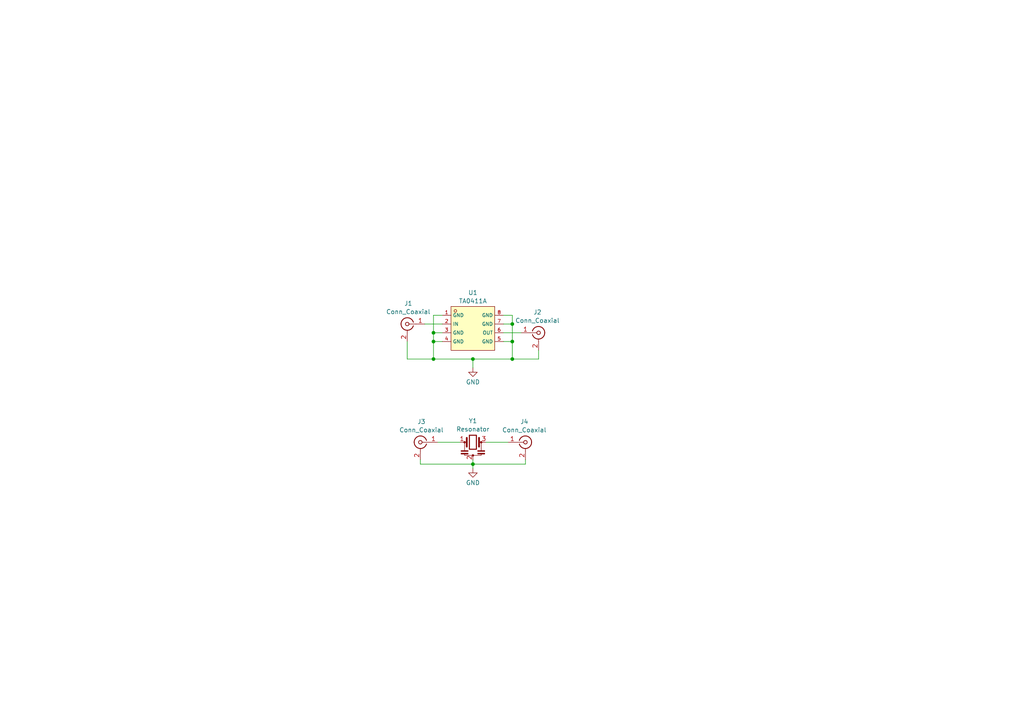
<source format=kicad_sch>
(kicad_sch (version 20230121) (generator eeschema)
  (paper "A4")
  (lib_symbols
    (symbol "Connector:Conn_Coaxial" (pin_names (offset 1.016) hide)
      (property "Reference" "J" (at 0.254 3.048 0))
      (property "Value" "Conn_Coaxial" (at 2.921 0 90))
      (symbol "Conn_Coaxial_0_1"
        (arc (start -1.778 -0.508) (mid 0.2311 -1.8066) (end 1.778 0) (stroke (width 0.254)))
        (polyline (pts (xy -2.54 0) (xy -0.508 0)))
        (polyline (pts (xy 0 -2.54) (xy 0 -1.778)))
        (circle (center 0 0) (radius 0.508) (stroke (width 0.2032)))
        (arc (start 1.778 0) (mid 0.2099 1.8101) (end -1.778 0.508) (stroke (width 0.254)))
      )
      (symbol "Conn_Coaxial_1_1"
        (pin passive line (at -5.08 0 0) (length 2.54) (name "In") (number "1"))
        (pin passive line (at 0 -5.08 90) (length 2.54) (name "Ext") (number "2"))
      )
    )
    (symbol "Device:Resonator" (pin_names (offset 1.016) hide)
      (property "Reference" "Y" (at 0 5.715 0))
      (property "Value" "Resonator" (at 0 3.81 0))
      (symbol "Resonator_0_1"
        (rectangle (start -3.429 -3.175) (end -1.397 -3.429) (fill (type outline)))
        (rectangle (start -3.429 -2.413) (end -1.397 -2.667) (fill (type outline)))
        (circle (center -2.413 0) (radius 0.254) (fill (type outline)))
        (rectangle (start -1.016 2.032) (end 1.016 -2.032) (stroke (width 0.3048)))
        (circle (center 0 -3.81) (radius 0.254) (fill (type outline)))
        (polyline (pts (xy -2.413 -2.413) (xy -2.413 0)))
        (polyline (pts (xy -1.905 0) (xy -3.175 0)))
        (polyline (pts (xy -1.778 -1.27) (xy -1.778 1.27)) (stroke (width 0.508)))
        (polyline (pts (xy 1.778 -1.27) (xy 1.778 1.27)) (stroke (width 0.508)))
        (polyline (pts (xy 1.905 0) (xy 2.54 0)))
        (polyline (pts (xy 2.413 0) (xy 2.413 -2.54)))
        (polyline (pts (xy 2.413 -3.302) (xy 2.413 -3.81) (xy -2.413 -3.81) (xy -2.413 -3.302)))
        (rectangle (start 1.397 -3.175) (end 3.429 -3.429) (fill (type outline)))
        (rectangle (start 1.397 -2.413) (end 3.429 -2.667) (fill (type outline)))
        (circle (center 2.413 0) (radius 0.254) (fill (type outline)))
      )
      (symbol "Resonator_1_1"
        (pin passive line (at -3.81 0 0) (length 1.27) (name "1") (number "1"))
        (pin passive line (at 0 -5.08 90) (length 1.27) (name "2") (number "2"))
        (pin passive line (at 3.81 0 180) (length 1.27) (name "3") (number "3"))
      )
    )
    (symbol "TA0411A:TA0411A"
      (property "Reference" "U" (at 0 1.27 0))
      (property "Value" "TA0411A" (at 0 -2.54 0))
      (symbol "TA0411A_0_1"
        (rectangle (start -5.08 5.08) (end 7.62 -7.62) (fill (type background)))
        (circle (center -3.81 3.81) (radius 0.381) (fill (type background)))
        (pin unspecified line (at -7.62 2.54 0) (length 2.54) (name "GND") (number "1"))
        (pin unspecified line (at -7.62 0 0) (length 2.54) (name "IN") (number "2"))
        (pin unspecified line (at -7.62 -2.54 0) (length 2.54) (name "GND") (number "3"))
        (pin unspecified line (at -7.62 -5.08 0) (length 2.54) (name "GND") (number "4"))
        (pin unspecified line (at 10.16 -5.08 180) (length 2.54) (name "GND") (number "5"))
        (pin unspecified line (at 10.16 -2.54 180) (length 2.54) (name "OUT") (number "6"))
        (pin unspecified line (at 10.16 0 180) (length 2.54) (name "GND") (number "7"))
        (pin unspecified line (at 10.16 2.54 180) (length 2.54) (name "GND") (number "8"))
      )
    )
    (symbol "power:GND" (power) (pin_names (offset 0))
      (property "Value" "GND" (at 0 -3.81 0))
      (symbol "GND_0_1"
        (polyline (pts (xy 0 0) (xy 0 -1.27) (xy 1.27 -1.27) (xy 0 -2.54) (xy -1.27 -1.27) (xy 0 -1.27)))
      )
      (symbol "GND_1_1"
        (pin power_in line (at 0 0 270) (length 0) hide (name "GND") (number "1"))
      )
    )
  )
  (junction (at 148.59 99.06))
  (junction (at 125.73 104.14))
  (junction (at 137.16 104.14))
  (junction (at 148.59 104.14))
  (junction (at 125.73 96.52))
  (junction (at 125.73 99.06))
  (junction (at 148.59 93.98))
  (junction (at 137.16 134.62))
  (wire (pts (xy 146.05 93.98) (xy 148.59 93.98)))
  (wire (pts (xy 125.73 104.14) (xy 118.11 104.14)))
  (wire (pts (xy 125.73 96.52) (xy 125.73 99.06)))
  (wire (pts (xy 125.73 91.44) (xy 125.73 96.52)))
  (wire (pts (xy 148.59 93.98) (xy 148.59 99.06)))
  (wire (pts (xy 128.27 96.52) (xy 125.73 96.52)))
  (wire (pts (xy 118.11 104.14) (xy 118.11 99.06)))
  (wire (pts (xy 152.4 134.62) (xy 137.16 134.62)))
  (wire (pts (xy 121.92 134.62) (xy 121.92 133.35)))
  (wire (pts (xy 156.21 104.14) (xy 156.21 101.6)))
  (wire (pts (xy 148.59 104.14) (xy 156.21 104.14)))
  (wire (pts (xy 125.73 91.44) (xy 128.27 91.44)))
  (wire (pts (xy 137.16 104.14) (xy 148.59 104.14)))
  (wire (pts (xy 125.73 99.06) (xy 125.73 104.14)))
  (wire (pts (xy 146.05 96.52) (xy 151.13 96.52)))
  (wire (pts (xy 137.16 134.62) (xy 137.16 135.89)))
  (wire (pts (xy 146.05 99.06) (xy 148.59 99.06)))
  (wire (pts (xy 152.4 133.35) (xy 152.4 134.62)))
  (wire (pts (xy 125.73 99.06) (xy 128.27 99.06)))
  (wire (pts (xy 148.59 99.06) (xy 148.59 104.14)))
  (wire (pts (xy 137.16 106.68) (xy 137.16 104.14)))
  (wire (pts (xy 148.59 91.44) (xy 148.59 93.98)))
  (wire (pts (xy 140.97 128.27) (xy 147.32 128.27)))
  (wire (pts (xy 137.16 133.35) (xy 137.16 134.62)))
  (wire (pts (xy 137.16 104.14) (xy 125.73 104.14)))
  (wire (pts (xy 146.05 91.44) (xy 148.59 91.44)))
  (wire (pts (xy 123.19 93.98) (xy 128.27 93.98)))
  (wire (pts (xy 127 128.27) (xy 133.35 128.27)))
  (wire (pts (xy 137.16 134.62) (xy 121.92 134.62)))
  (symbol (lib_id "Connector:Conn_Coaxial") (at 152.4 128.27 0) (unit 1)
    (property "Reference" "J4" (at 152.0826 122.2991 0))
    (property "Value" "Conn_Coaxial" (at 152.0826 124.7233 0))
    (property "Footprint" "Connector_Coaxial:SMB_Jack_Vertical" (effects hide))
    (property "Datasheet" " ~" (effects hide))
  )
  (symbol (lib_id "TA0411A:TA0411A") (at 135.89 93.98 0) (unit 1)
    (property "Reference" "U1" (at 137.16 84.8827 0))
    (property "Value" "TA0411A" (at 137.16 87.3069 0))
    (property "Footprint" "prototype_schematics:FILTER-SMD_8P-L5.0-W5.0-BL" (effects hide))
    (property "Datasheet" "https://item.szlcsc.com/724255.html?ref=editor&logined=true" (effects hide))
    (property "LCSC" "C692400" (effects hide))
  )
  (symbol (lib_id "Connector:Conn_Coaxial") (at 156.21 96.52 0) (unit 1)
    (property "Reference" "J2" (at 155.8926 90.5491 0))
    (property "Value" "Conn_Coaxial" (at 155.8926 92.9733 0))
    (property "Footprint" "Connector_Coaxial:SMB_Jack_Vertical" (effects hide))
    (property "Datasheet" " ~" (effects hide))
  )
  (symbol (lib_id "Connector:Conn_Coaxial") (at 118.11 93.98 0) (mirror y) (unit 1)
    (property "Reference" "J1" (at 118.4274 88.0091 0))
    (property "Value" "Conn_Coaxial" (at 118.4274 90.4333 0))
    (property "Footprint" "Connector_Coaxial:SMB_Jack_Vertical" (effects hide))
    (property "Datasheet" " ~" (effects hide))
  )
  (symbol (lib_id "power:GND") (at 137.16 106.68 0) (unit 1)
    (property "Reference" "#PWR01" (effects hide))
    (property "Value" "GND" (at 137.16 110.8131 0))
  )
  (symbol (lib_id "Connector:Conn_Coaxial") (at 121.92 128.27 0) (mirror y) (unit 1)
    (property "Reference" "J3" (at 122.2374 122.2991 0))
    (property "Value" "Conn_Coaxial" (at 122.2374 124.7233 0))
    (property "Footprint" "Connector_Coaxial:SMB_Jack_Vertical" (effects hide))
    (property "Datasheet" " ~" (effects hide))
  )
  (symbol (lib_id "Device:Resonator") (at 137.16 128.27 0) (unit 1)
    (property "Reference" "Y1" (at 137.16 122.0683 0))
    (property "Value" "Resonator" (at 137.16 124.4925 0))
    (property "Footprint" "CSTNE24M0VH3C000R0_MUR:CSTNE24M0VH3C000R0_MUR" (effects hide))
  )
  (symbol (lib_id "power:GND") (at 137.16 135.89 0) (unit 1)
    (property "Reference" "#PWR02" (effects hide))
    (property "Value" "GND" (at 137.16 140.0231 0))
  )
)
</source>
